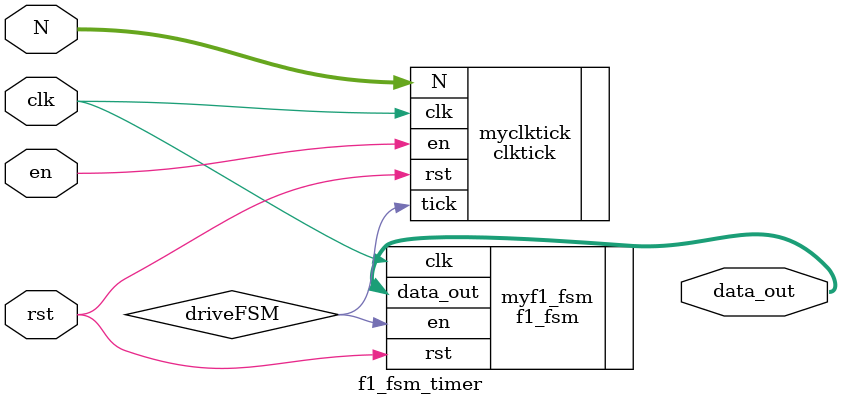
<source format=sv>
module f1_fsm_timer #(
    parameter WIDTH = 16
) (
    input  logic            clk,
    input  logic            rst,
    input  logic            en, 
    input  logic [WIDTH-1:0] N, 
    output  logic [7:0] data_out
);

    wire driveFSM;

clktick myclktick (
    .clk (clk),
    .rst (rst),
    .en (en),
    .N (N),
    .tick (driveFSM)
);

f1_fsm myf1_fsm (
    .clk (clk),
    .rst (rst),
    .en (driveFSM),
    .data_out (data_out)
);

endmodule

</source>
